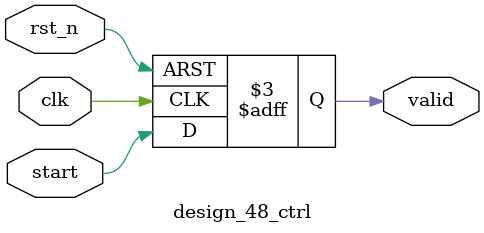
<source format=v>
module design_48_ctrl(
  input  clk,
  input  rst_n,
  input  start,
  output reg valid
);
  reg start_q;
  always @(posedge clk or negedge rst_n) begin
    if (!rst_n) begin
      valid <= 1'b0;
      start_q <= 1'b0;
    end else begin
      start_q <= start;
      valid <= start;
    end
  end
endmodule

</source>
